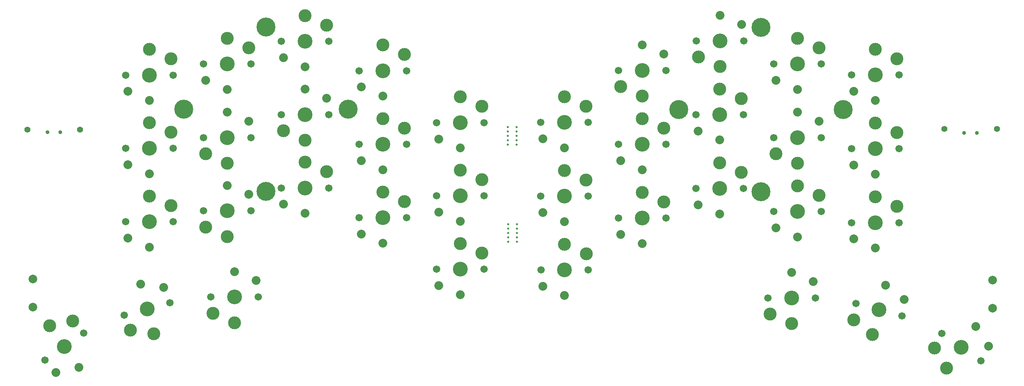
<source format=gbr>
%TF.GenerationSoftware,KiCad,Pcbnew,(6.0.5-0)*%
%TF.CreationDate,2022-07-05T16:09:48-07:00*%
%TF.ProjectId,Swept_3x5,53776570-745f-4337-9835-2e6b69636164,rev?*%
%TF.SameCoordinates,Original*%
%TF.FileFunction,Soldermask,Top*%
%TF.FilePolarity,Negative*%
%FSLAX46Y46*%
G04 Gerber Fmt 4.6, Leading zero omitted, Abs format (unit mm)*
G04 Created by KiCad (PCBNEW (6.0.5-0)) date 2022-07-05 16:09:48*
%MOMM*%
%LPD*%
G01*
G04 APERTURE LIST*
%ADD10C,2.032000*%
%ADD11C,1.701800*%
%ADD12C,3.429000*%
%ADD13C,3.000000*%
%ADD14C,0.500000*%
%ADD15C,2.000000*%
%ADD16C,4.400000*%
%ADD17C,1.397000*%
%ADD18C,0.900000*%
G04 APERTURE END LIST*
D10*
%TO.C,SW16*%
X157497201Y-71920233D03*
X162497201Y-74020233D03*
D11*
X167997201Y-68120233D03*
D12*
X162497201Y-68120233D03*
D13*
X167497201Y-64370233D03*
X162497201Y-62170233D03*
D11*
X156997201Y-68120233D03*
%TD*%
D10*
%TO.C,SW20*%
X202193601Y-82836833D03*
X197193601Y-80736833D03*
D12*
X197193601Y-86636833D03*
D11*
X202693601Y-86636833D03*
D13*
X197193601Y-92586833D03*
D11*
X191693601Y-86636833D03*
D13*
X192193601Y-90386833D03*
%TD*%
D10*
%TO.C,SW15*%
X139539401Y-83934433D03*
X144539401Y-86034433D03*
D11*
X139039401Y-80134433D03*
D12*
X144539401Y-80134433D03*
D13*
X144539401Y-74184433D03*
D11*
X150039401Y-80134433D03*
D13*
X149539401Y-76384433D03*
%TD*%
D10*
%TO.C,SW21*%
X223199743Y-86978210D03*
X218913633Y-83655671D03*
D11*
X212074009Y-87931128D03*
D13*
X211586400Y-91682760D03*
D11*
X222699193Y-90778138D03*
D12*
X217386601Y-89354633D03*
D13*
X215846628Y-95101892D03*
%TD*%
D10*
%TO.C,SW17*%
X175505801Y-65036833D03*
X180505801Y-67136833D03*
D11*
X175005801Y-61236833D03*
D13*
X180505801Y-55286833D03*
D11*
X186005801Y-61236833D03*
D13*
X185505801Y-57486833D03*
D12*
X180505801Y-61236833D03*
%TD*%
D10*
%TO.C,SW18*%
X193514401Y-70396233D03*
X198514401Y-72496233D03*
D13*
X203514401Y-62846233D03*
X198514401Y-60646233D03*
D11*
X204014401Y-66596233D03*
X193014401Y-66596233D03*
D12*
X198514401Y-66596233D03*
%TD*%
D10*
%TO.C,SW4*%
X167522601Y-30081033D03*
X162522601Y-27981033D03*
D11*
X157022601Y-33881033D03*
X168022601Y-33881033D03*
D13*
X157522601Y-37631033D03*
X162522601Y-39831033D03*
D12*
X162522601Y-33881033D03*
%TD*%
D10*
%TO.C,SW3*%
X139514001Y-49720633D03*
X144514001Y-51820633D03*
D13*
X144514001Y-39970633D03*
D11*
X139014001Y-45920633D03*
D13*
X149514001Y-42170633D03*
D11*
X150014001Y-45920633D03*
D12*
X144514001Y-45920633D03*
%TD*%
D10*
%TO.C,SW9*%
X139514001Y-66814833D03*
X144514001Y-68914833D03*
D12*
X144514001Y-63014833D03*
D13*
X144514001Y-57064833D03*
D11*
X150014001Y-63014833D03*
D13*
X149514001Y-59264833D03*
D11*
X139014001Y-63014833D03*
%TD*%
D10*
%TO.C,SW12*%
X203514401Y-45676633D03*
X198514401Y-43576633D03*
D12*
X198514401Y-49476633D03*
D13*
X193514401Y-53226633D03*
D11*
X204014401Y-49476633D03*
D13*
X198514401Y-55426633D03*
D11*
X193014401Y-49476633D03*
%TD*%
D10*
%TO.C,SW11*%
X175505801Y-47917233D03*
X180505801Y-50017233D03*
D13*
X185505801Y-40367233D03*
D12*
X180505801Y-44117233D03*
D11*
X186005801Y-44117233D03*
X175005801Y-44117233D03*
D13*
X180505801Y-38167233D03*
%TD*%
D10*
%TO.C,SW6*%
X193539801Y-36157033D03*
X198539801Y-38257033D03*
D11*
X193039801Y-32357033D03*
D12*
X198539801Y-32357033D03*
D11*
X204039801Y-32357033D03*
D13*
X198539801Y-26407033D03*
X203539801Y-28607033D03*
%TD*%
D10*
%TO.C,SW5*%
X185531201Y-23223033D03*
X180531201Y-21123033D03*
D13*
X180531201Y-32973033D03*
D11*
X175031201Y-27023033D03*
D13*
X175531201Y-30773033D03*
D11*
X186031201Y-27023033D03*
D12*
X180531201Y-27023033D03*
%TD*%
D14*
%TO.C,mouse-bite-2mm-slot*%
X131407601Y-51079167D03*
X131407601Y-48031167D03*
X131407601Y-49047167D03*
X133439601Y-48031167D03*
X133439601Y-49047167D03*
X131407601Y-50063167D03*
X133439601Y-50063167D03*
X133439601Y-51079167D03*
X133439601Y-47015167D03*
X131407601Y-47015167D03*
%TD*%
%TO.C,mouse-bite-2mm-slot*%
X133477000Y-73583448D03*
X133477000Y-70535448D03*
X131445000Y-70535448D03*
X131445000Y-73583448D03*
X131445000Y-71551448D03*
X133477000Y-71551448D03*
X133477000Y-72567448D03*
X131445000Y-69519448D03*
X131445000Y-72567448D03*
X133477000Y-69519448D03*
%TD*%
D15*
%TO.C,RSW1*%
X243751801Y-88997833D03*
X243751801Y-82497833D03*
%TD*%
D10*
%TO.C,SW10*%
X157497201Y-54800633D03*
X162497201Y-56900633D03*
D12*
X162497201Y-51000633D03*
D13*
X167497201Y-47250633D03*
X162497201Y-45050633D03*
D11*
X167997201Y-51000633D03*
X156997201Y-51000633D03*
%TD*%
D16*
%TO.C,REF\u002A\u002A*%
X190022601Y-61983433D03*
X190022601Y-23883433D03*
X170972601Y-42933433D03*
X209072601Y-42933433D03*
%TD*%
D11*
%TO.C,SW17_r1*%
X89878800Y-61112400D03*
X78878800Y-61112400D03*
D13*
X89378800Y-57362400D03*
X84378800Y-55162400D03*
D12*
X84378800Y-61112400D03*
D10*
X84378800Y-67012400D03*
X79378800Y-64912400D03*
%TD*%
D11*
%TO.C,SW11_r1*%
X89853400Y-44119800D03*
X78853400Y-44119800D03*
D13*
X79353400Y-47869800D03*
D12*
X84353400Y-44119800D03*
D13*
X84353400Y-50069800D03*
D10*
X84353400Y-38219800D03*
X89353400Y-40319800D03*
%TD*%
D11*
%TO.C,SW15_r1*%
X114896000Y-79959200D03*
D13*
X120396000Y-74009200D03*
D12*
X120396000Y-79959200D03*
D11*
X125896000Y-79959200D03*
D13*
X125396000Y-76209200D03*
D10*
X120396000Y-85859200D03*
X115396000Y-83759200D03*
%TD*%
D11*
%TO.C,SW18_r1*%
X60844800Y-66421000D03*
D13*
X66344800Y-72371000D03*
D12*
X66344800Y-66421000D03*
D11*
X71844800Y-66421000D03*
D13*
X61344800Y-70171000D03*
D10*
X66344800Y-60521000D03*
X71344800Y-62621000D03*
%TD*%
D11*
%TO.C,SW6_r1*%
X60844800Y-32359600D03*
D13*
X71344800Y-28609600D03*
X66344800Y-26409600D03*
D11*
X71844800Y-32359600D03*
D12*
X66344800Y-32359600D03*
D10*
X66344800Y-38259600D03*
X61344800Y-36159600D03*
%TD*%
D11*
%TO.C,SW5_r1*%
X78878800Y-27101800D03*
X89878800Y-27101800D03*
D13*
X89378800Y-23351800D03*
D12*
X84378800Y-27101800D03*
D13*
X84378800Y-21151800D03*
D10*
X84378800Y-33001800D03*
X79378800Y-30901800D03*
%TD*%
D11*
%TO.C,SW16_r1*%
X96912800Y-67995800D03*
D13*
X102412800Y-62045800D03*
D12*
X102412800Y-67995800D03*
D11*
X107912800Y-67995800D03*
D13*
X107412800Y-64245800D03*
D10*
X102412800Y-73895800D03*
X97412800Y-71795800D03*
%TD*%
D12*
%TO.C,SW4_r1*%
X102387400Y-33934400D03*
D13*
X107387400Y-30184400D03*
X102387400Y-27984400D03*
D11*
X96887400Y-33934400D03*
X107887400Y-33934400D03*
D10*
X102387400Y-39834400D03*
X97387400Y-37734400D03*
%TD*%
D13*
%TO.C,SW13_r1*%
X48336200Y-45993000D03*
D11*
X53836200Y-51943000D03*
D13*
X53336200Y-48193000D03*
D11*
X42836200Y-51943000D03*
D12*
X48336200Y-51943000D03*
D10*
X48336200Y-57843000D03*
X43336200Y-55743000D03*
%TD*%
D13*
%TO.C,SW12_r1*%
X66344800Y-55378400D03*
D11*
X71844800Y-49428400D03*
X60844800Y-49428400D03*
D12*
X66344800Y-49428400D03*
D13*
X61344800Y-53178400D03*
D10*
X66344800Y-43528400D03*
X71344800Y-45628400D03*
%TD*%
D11*
%TO.C,SW3_r1*%
X114896000Y-45974000D03*
D12*
X120396000Y-45974000D03*
D11*
X125896000Y-45974000D03*
D13*
X125396000Y-42224000D03*
X120396000Y-40024000D03*
D10*
X120396000Y-51874000D03*
X115396000Y-49774000D03*
%TD*%
D12*
%TO.C,SW21_r1*%
X47777400Y-89154000D03*
D13*
X49317373Y-94901259D03*
D11*
X42464808Y-90577505D03*
D13*
X43918342Y-94070317D03*
D11*
X53089992Y-87730495D03*
D10*
X46250368Y-83455038D03*
X51623517Y-84189387D03*
%TD*%
D11*
%TO.C,SW9_r1*%
X125896000Y-62966600D03*
D13*
X120396000Y-57016600D03*
D11*
X114896000Y-62966600D03*
D12*
X120396000Y-62966600D03*
D13*
X125396000Y-59216600D03*
D10*
X120396000Y-68866600D03*
X115396000Y-66766600D03*
%TD*%
D13*
%TO.C,SW20_r1*%
X68072000Y-92360800D03*
D11*
X73572000Y-86410800D03*
D13*
X63072000Y-90160800D03*
D12*
X68072000Y-86410800D03*
D11*
X62572000Y-86410800D03*
D10*
X68072000Y-80510800D03*
X73072000Y-82610800D03*
%TD*%
D12*
%TO.C,SW7_r1*%
X48336200Y-34950400D03*
D13*
X53336200Y-31200400D03*
D11*
X42836200Y-34950400D03*
D13*
X48336200Y-29000400D03*
D11*
X53836200Y-34950400D03*
D10*
X48336200Y-40850400D03*
X43336200Y-38750400D03*
%TD*%
D16*
%TO.C,REF\u002A\u002A*%
X94407400Y-42878400D03*
X56307400Y-42878400D03*
X75357400Y-61928400D03*
X75357400Y-23828400D03*
%TD*%
D15*
%TO.C,RSW2*%
X21285200Y-88721000D03*
X21285200Y-82221000D03*
%TD*%
D10*
%TO.C,SW13*%
X211548401Y-55842033D03*
X216548401Y-57942033D03*
D11*
X211048401Y-52042033D03*
D13*
X221548401Y-48292033D03*
D11*
X222048401Y-52042033D03*
D12*
X216548401Y-52042033D03*
D13*
X216548401Y-46092033D03*
%TD*%
D10*
%TO.C,SW22*%
X242762752Y-97796537D03*
X239871502Y-93208436D03*
D13*
X230240729Y-98245371D03*
D11*
X231982065Y-94886763D03*
D13*
X233074621Y-102915388D03*
D11*
X240992737Y-101196103D03*
D12*
X236487401Y-98041433D03*
%TD*%
D10*
%TO.C,SW19*%
X211548401Y-72961633D03*
X216548401Y-75061633D03*
D11*
X222048401Y-69161633D03*
X211048401Y-69161633D03*
D13*
X216548401Y-63211633D03*
D12*
X216548401Y-69161633D03*
D13*
X221548401Y-65411633D03*
%TD*%
D11*
%TO.C,SW19_r1*%
X53810800Y-68961000D03*
X42810800Y-68961000D03*
D13*
X53310800Y-65211000D03*
D12*
X48310800Y-68961000D03*
D13*
X48310800Y-63011000D03*
D10*
X48310800Y-74861000D03*
X43310800Y-72761000D03*
%TD*%
D17*
%TO.C,Bat+1*%
X232575801Y-47393833D03*
%TD*%
D13*
%TO.C,SW10_r1*%
X102387400Y-45027800D03*
D11*
X96887400Y-50977800D03*
X107887400Y-50977800D03*
D13*
X107387400Y-47227800D03*
D12*
X102387400Y-50977800D03*
D10*
X102387400Y-56877800D03*
X97387400Y-54777800D03*
%TD*%
D11*
%TO.C,SW22_r1*%
X24079200Y-101066600D03*
D13*
X30529385Y-91972228D03*
X25171756Y-93037975D03*
D11*
X33089872Y-94757260D03*
D12*
X28584536Y-97911930D03*
D10*
X31968637Y-102744927D03*
X26668366Y-103892590D03*
%TD*%
D17*
%TO.C,BatGND1*%
X244717001Y-47444633D03*
%TD*%
%TO.C,Bat+r1*%
X20040600Y-47574200D03*
%TD*%
D10*
%TO.C,SW7*%
X211548401Y-38722433D03*
X216548401Y-40822433D03*
D13*
X221548401Y-31172433D03*
X216548401Y-28972433D03*
D12*
X216548401Y-34922433D03*
D11*
X222048401Y-34922433D03*
X211048401Y-34922433D03*
%TD*%
D17*
%TO.C,BatGND4*%
X32207200Y-47625000D03*
%TD*%
D18*
%TO.C,SW_POWER1*%
X240095601Y-48326233D03*
X237095601Y-48326233D03*
%TD*%
%TO.C,SW_POWERR1*%
X27662000Y-48201800D03*
X24662000Y-48201800D03*
%TD*%
M02*

</source>
